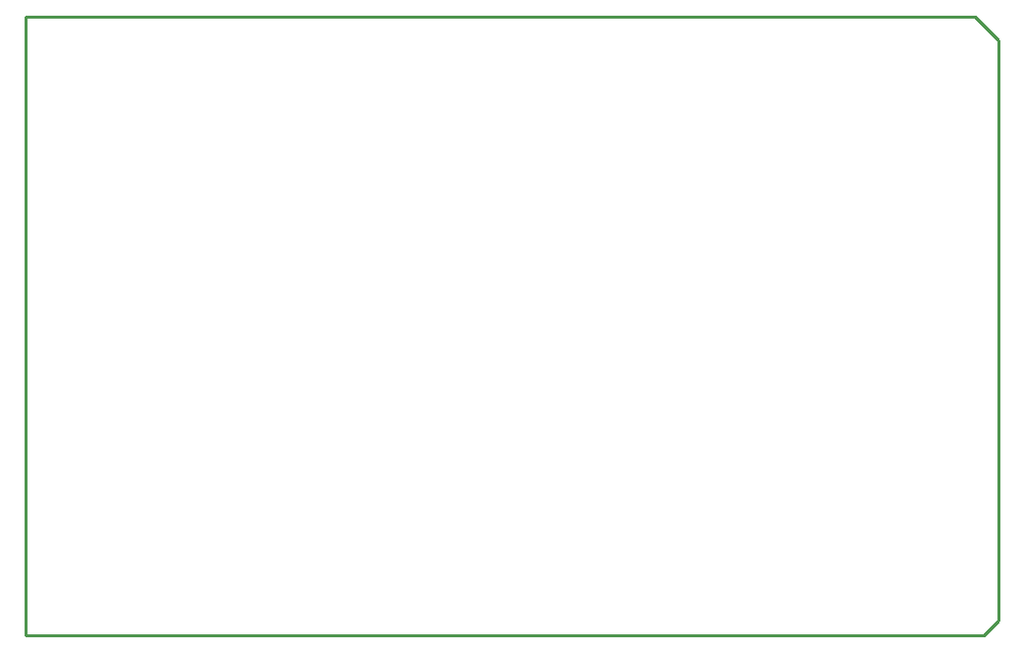
<source format=gko>
G04 ---------------------------- Layer name :KeepOutLayer*
G04 EasyEDA v5.8.22, Tue, 11 Dec 2018 14:51:01 GMT*
G04 de901bc14a8a460da8383181b7853920*
G04 Gerber Generator version 0.2*
G04 Scale: 100 percent, Rotated: No, Reflected: No *
G04 Dimensions in millimeters *
G04 leading zeros omitted , absolute positions ,3 integer and 3 decimal *
%FSLAX33Y33*%
%MOMM*%
G90*
G71D02*

%ADD10C,0.254000*%
G54D10*
G01X1778Y53340D02*
G01X81790Y53340D01*
G01X83820Y51308D01*
G01X83820Y1270D01*
G01X82550Y0D01*
G01X0Y0D01*
G01X0Y53340D01*
G01X1778Y53340D01*

%LPD*%
M00*
M02*

</source>
